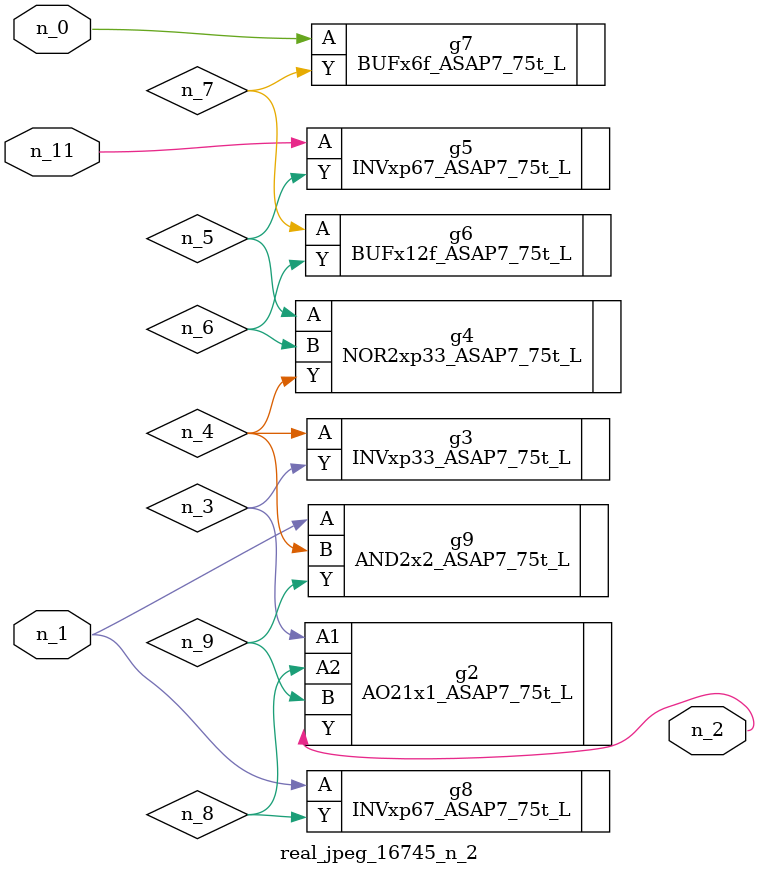
<source format=v>
module real_jpeg_16745_n_2 (n_1, n_11, n_0, n_2);

input n_1;
input n_11;
input n_0;

output n_2;

wire n_5;
wire n_8;
wire n_4;
wire n_6;
wire n_7;
wire n_3;
wire n_9;

BUFx6f_ASAP7_75t_L g7 ( 
.A(n_0),
.Y(n_7)
);

INVxp67_ASAP7_75t_L g8 ( 
.A(n_1),
.Y(n_8)
);

AND2x2_ASAP7_75t_L g9 ( 
.A(n_1),
.B(n_4),
.Y(n_9)
);

AO21x1_ASAP7_75t_L g2 ( 
.A1(n_3),
.A2(n_8),
.B(n_9),
.Y(n_2)
);

INVxp33_ASAP7_75t_L g3 ( 
.A(n_4),
.Y(n_3)
);

NOR2xp33_ASAP7_75t_L g4 ( 
.A(n_5),
.B(n_6),
.Y(n_4)
);

BUFx12f_ASAP7_75t_L g6 ( 
.A(n_7),
.Y(n_6)
);

INVxp67_ASAP7_75t_L g5 ( 
.A(n_11),
.Y(n_5)
);


endmodule
</source>
